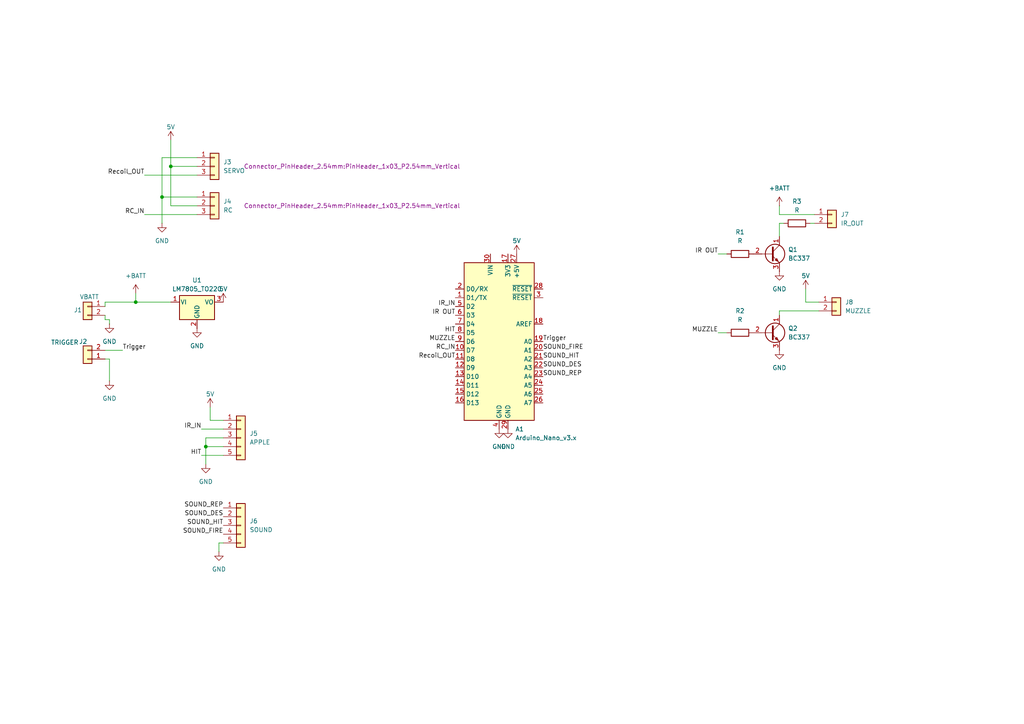
<source format=kicad_sch>
(kicad_sch (version 20250114) (generator "eeschema") (generator_version "9.0")
  (paper "A4")
  (lib_symbols
    (symbol "Connector_Generic:Conn_01x02" (pin_names (offset 1.016) (hide yes))
      (property "Reference" "J" (at 0 2.54 0))
      (property "Value" "Conn_01x02" (at 0 -5.08 0))
      (symbol "Conn_01x02_1_1"
        (rectangle (start -1.27 1.27) (end 1.27 -3.81) (stroke (width 0.254)) (fill (type background)))
        (rectangle (start -1.27 0.127) (end 0 -0.127) (stroke (width 0.1524)))
        (rectangle (start -1.27 -2.413) (end 0 -2.667) (stroke (width 0.1524)))
        (pin passive line (at -5.08 0 0) (length 3.81) (name "Pin_1") (number "1"))
        (pin passive line (at -5.08 -2.54 0) (length 3.81) (name "Pin_2") (number "2"))
      )
    )
    (symbol "Connector_Generic:Conn_01x03" (pin_names (offset 1.016) (hide yes))
      (property "Reference" "J" (at 0 5.08 0))
      (property "Value" "Conn_01x03" (at 0 -5.08 0))
      (symbol "Conn_01x03_1_1"
        (rectangle (start -1.27 3.81) (end 1.27 -3.81) (stroke (width 0.254)) (fill (type background)))
        (rectangle (start -1.27 2.667) (end 0 2.413) (stroke (width 0.1524)))
        (rectangle (start -1.27 0.127) (end 0 -0.127) (stroke (width 0.1524)))
        (rectangle (start -1.27 -2.413) (end 0 -2.667) (stroke (width 0.1524)))
        (pin passive line (at -5.08 2.54 0) (length 3.81) (name "Pin_1") (number "1"))
        (pin passive line (at -5.08 0 0) (length 3.81) (name "Pin_2") (number "2"))
        (pin passive line (at -5.08 -2.54 0) (length 3.81) (name "Pin_3") (number "3"))
      )
    )
    (symbol "Connector_Generic:Conn_01x05" (pin_names (offset 1.016) (hide yes))
      (property "Reference" "J" (at 0 7.62 0))
      (property "Value" "Conn_01x05" (at 0 -7.62 0))
      (symbol "Conn_01x05_1_1"
        (rectangle (start -1.27 6.35) (end 1.27 -6.35) (stroke (width 0.254)) (fill (type background)))
        (rectangle (start -1.27 5.207) (end 0 4.953) (stroke (width 0.1524)))
        (rectangle (start -1.27 2.667) (end 0 2.413) (stroke (width 0.1524)))
        (rectangle (start -1.27 0.127) (end 0 -0.127) (stroke (width 0.1524)))
        (rectangle (start -1.27 -2.413) (end 0 -2.667) (stroke (width 0.1524)))
        (rectangle (start -1.27 -4.953) (end 0 -5.207) (stroke (width 0.1524)))
        (pin passive line (at -5.08 5.08 0) (length 3.81) (name "Pin_1") (number "1"))
        (pin passive line (at -5.08 2.54 0) (length 3.81) (name "Pin_2") (number "2"))
        (pin passive line (at -5.08 0 0) (length 3.81) (name "Pin_3") (number "3"))
        (pin passive line (at -5.08 -2.54 0) (length 3.81) (name "Pin_4") (number "4"))
        (pin passive line (at -5.08 -5.08 0) (length 3.81) (name "Pin_5") (number "5"))
      )
    )
    (symbol "Device:R" (pin_numbers (hide yes)) (pin_names (offset 0))
      (property "Reference" "R" (at 2.032 0 90))
      (property "Value" "R" (at 0 0 90))
      (symbol "R_0_1"
        (rectangle (start -1.016 -2.54) (end 1.016 2.54) (stroke (width 0.254)))
      )
      (symbol "R_1_1"
        (pin passive line (at 0 3.81 270) (length 1.27) (name "~") (number "1"))
        (pin passive line (at 0 -3.81 90) (length 1.27) (name "~") (number "2"))
      )
    )
    (symbol "MCU_Module:Arduino_Nano_v3.x"
      (property "Reference" "A" (at -10.16 23.495 0))
      (property "Value" "Arduino_Nano_v3.x" (at 5.08 -24.13 0))
      (symbol "Arduino_Nano_v3.x_0_1"
        (rectangle (start -10.16 22.86) (end 10.16 -22.86) (stroke (width 0.254)) (fill (type background)))
      )
      (symbol "Arduino_Nano_v3.x_1_1"
        (pin bidirectional line (at -12.7 15.24 0) (length 2.54) (name "D0/RX") (number "2"))
        (pin bidirectional line (at -12.7 12.7 0) (length 2.54) (name "D1/TX") (number "1"))
        (pin bidirectional line (at -12.7 10.16 0) (length 2.54) (name "D2") (number "5"))
        (pin bidirectional line (at -12.7 7.62 0) (length 2.54) (name "D3") (number "6"))
        (pin bidirectional line (at -12.7 5.08 0) (length 2.54) (name "D4") (number "7"))
        (pin bidirectional line (at -12.7 2.54 0) (length 2.54) (name "D5") (number "8"))
        (pin bidirectional line (at -12.7 0 0) (length 2.54) (name "D6") (number "9"))
        (pin bidirectional line (at -12.7 -2.54 0) (length 2.54) (name "D7") (number "10"))
        (pin bidirectional line (at -12.7 -5.08 0) (length 2.54) (name "D8") (number "11"))
        (pin bidirectional line (at -12.7 -7.62 0) (length 2.54) (name "D9") (number "12"))
        (pin bidirectional line (at -12.7 -10.16 0) (length 2.54) (name "D10") (number "13"))
        (pin bidirectional line (at -12.7 -12.7 0) (length 2.54) (name "D11") (number "14"))
        (pin bidirectional line (at -12.7 -15.24 0) (length 2.54) (name "D12") (number "15"))
        (pin bidirectional line (at -12.7 -17.78 0) (length 2.54) (name "D13") (number "16"))
        (pin power_in line (at -2.54 25.4 270) (length 2.54) (name "VIN") (number "30"))
        (pin power_in line (at 0 -25.4 90) (length 2.54) (name "GND") (number "4"))
        (pin power_out line (at 2.54 25.4 270) (length 2.54) (name "3V3") (number "17"))
        (pin power_in line (at 2.54 -25.4 90) (length 2.54) (name "GND") (number "29"))
        (pin power_out line (at 5.08 25.4 270) (length 2.54) (name "+5V") (number "27"))
        (pin input line (at 12.7 15.24 180) (length 2.54) (name "~{RESET}") (number "28"))
        (pin input line (at 12.7 12.7 180) (length 2.54) (name "~{RESET}") (number "3"))
        (pin input line (at 12.7 5.08 180) (length 2.54) (name "AREF") (number "18"))
        (pin bidirectional line (at 12.7 0 180) (length 2.54) (name "A0") (number "19"))
        (pin bidirectional line (at 12.7 -2.54 180) (length 2.54) (name "A1") (number "20"))
        (pin bidirectional line (at 12.7 -5.08 180) (length 2.54) (name "A2") (number "21"))
        (pin bidirectional line (at 12.7 -7.62 180) (length 2.54) (name "A3") (number "22"))
        (pin bidirectional line (at 12.7 -10.16 180) (length 2.54) (name "A4") (number "23"))
        (pin bidirectional line (at 12.7 -12.7 180) (length 2.54) (name "A5") (number "24"))
        (pin bidirectional line (at 12.7 -15.24 180) (length 2.54) (name "A6") (number "25"))
        (pin bidirectional line (at 12.7 -17.78 180) (length 2.54) (name "A7") (number "26"))
      )
    )
    (symbol "Regulator_Linear:LM7805_TO220" (pin_names (offset 0.254))
      (property "Reference" "U" (at -3.81 3.175 0))
      (property "Value" "LM7805_TO220" (at 0 3.175 0))
      (symbol "LM7805_TO220_0_1"
        (rectangle (start -5.08 1.905) (end 5.08 -5.08) (stroke (width 0.254)) (fill (type background)))
      )
      (symbol "LM7805_TO220_1_1"
        (pin power_in line (at -7.62 0 0) (length 2.54) (name "VI") (number "1"))
        (pin power_in line (at 0 -7.62 90) (length 2.54) (name "GND") (number "2"))
        (pin power_out line (at 7.62 0 180) (length 2.54) (name "VO") (number "3"))
      )
    )
    (symbol "SparkFun-PowerSymbol:5V" (power) (pin_names (offset 0))
      (property "Value" "5V" (at 0 3.81 0))
      (symbol "5V_0_1"
        (polyline (pts (xy -0.762 1.27) (xy 0 2.54)))
        (polyline (pts (xy 0 2.54) (xy 0.762 1.27)))
        (polyline (pts (xy 0 0) (xy 0 2.54)))
      )
      (symbol "5V_1_1"
        (pin power_in line (at 0 0 90) (length 0) (hide yes) (name "5V") (number "1"))
      )
    )
    (symbol "Transistor_BJT:BC337" (pin_names (offset 0) (hide yes))
      (property "Reference" "Q" (at 5.08 1.905 0))
      (property "Value" "BC337" (at 5.08 0 0))
      (symbol "BC337_0_1"
        (polyline (pts (xy -2.54 0) (xy 0.635 0)))
        (polyline (pts (xy 0.635 1.905) (xy 0.635 -1.905)) (stroke (width 0.508)))
        (circle (center 1.27 0) (radius 2.8194) (stroke (width 0.254)))
      )
      (symbol "BC337_1_1"
        (polyline (pts (xy 0.635 0.635) (xy 2.54 2.54)))
        (polyline (pts (xy 0.635 -0.635) (xy 2.54 -2.54)))
        (polyline (pts (xy 1.27 -1.778) (xy 1.778 -1.27) (xy 2.286 -2.286) (xy 1.27 -1.778)) (fill (type outline)))
        (pin input line (at -5.08 0 0) (length 2.54) (name "B") (number "2"))
        (pin passive line (at 2.54 5.08 270) (length 2.54) (name "C") (number "1"))
        (pin passive line (at 2.54 -5.08 90) (length 2.54) (name "E") (number "3"))
      )
    )
    (symbol "power:+BATT" (power) (pin_numbers (hide yes)) (pin_names (offset 0) (hide yes))
      (property "Value" "+BATT" (at 0 3.556 0))
      (symbol "+BATT_0_1"
        (polyline (pts (xy -0.762 1.27) (xy 0 2.54)))
        (polyline (pts (xy 0 2.54) (xy 0.762 1.27)))
        (polyline (pts (xy 0 0) (xy 0 2.54)))
      )
      (symbol "+BATT_1_1"
        (pin power_in line (at 0 0 90) (length 0) (name "~") (number "1"))
      )
    )
    (symbol "power:GND" (power) (pin_numbers (hide yes)) (pin_names (offset 0) (hide yes))
      (property "Value" "GND" (at 0 -3.81 0))
      (symbol "GND_0_1"
        (polyline (pts (xy 0 0) (xy 0 -1.27) (xy 1.27 -1.27) (xy 0 -2.54) (xy -1.27 -1.27) (xy 0 -1.27)))
      )
      (symbol "GND_1_1"
        (pin power_in line (at 0 0 270) (length 0) (name "~") (number "1"))
      )
    )
  )
  (junction (at 59.69 129.54))
  (junction (at 39.37 87.63))
  (junction (at 49.53 48.26))
  (junction (at 46.99 57.15))
  (wire (pts (xy 60.96 118.11) (xy 60.96 121.92)))
  (wire (pts (xy 49.53 40.64) (xy 49.53 48.26)))
  (wire (pts (xy 46.99 57.15) (xy 57.15 57.15)))
  (wire (pts (xy 64.77 129.54) (xy 59.69 129.54)))
  (wire (pts (xy 57.15 45.72) (xy 46.99 45.72)))
  (wire (pts (xy 30.48 104.14) (xy 31.75 104.14)))
  (wire (pts (xy 226.06 62.23) (xy 236.22 62.23)))
  (wire (pts (xy 59.69 129.54) (xy 59.69 134.62)))
  (wire (pts (xy 39.37 85.09) (xy 39.37 87.63)))
  (wire (pts (xy 46.99 57.15) (xy 46.99 64.77)))
  (wire (pts (xy 208.28 96.52) (xy 210.82 96.52)))
  (wire (pts (xy 237.49 90.17) (xy 226.06 90.17)))
  (wire (pts (xy 59.69 127) (xy 59.69 129.54)))
  (wire (pts (xy 31.75 93.98) (xy 31.75 92.71)))
  (wire (pts (xy 64.77 121.92) (xy 60.96 121.92)))
  (wire (pts (xy 41.91 62.23) (xy 57.15 62.23)))
  (wire (pts (xy 63.5 157.48) (xy 64.77 157.48)))
  (wire (pts (xy 226.06 64.77) (xy 226.06 68.58)))
  (wire (pts (xy 226.06 90.17) (xy 226.06 91.44)))
  (wire (pts (xy 226.06 59.69) (xy 226.06 62.23)))
  (wire (pts (xy 49.53 59.69) (xy 49.53 48.26)))
  (wire (pts (xy 39.37 87.63) (xy 49.53 87.63)))
  (wire (pts (xy 233.68 83.82) (xy 233.68 87.63)))
  (wire (pts (xy 233.68 87.63) (xy 237.49 87.63)))
  (wire (pts (xy 35.56 101.6) (xy 30.48 101.6)))
  (wire (pts (xy 30.48 92.71) (xy 30.48 91.44)))
  (wire (pts (xy 31.75 92.71) (xy 30.48 92.71)))
  (wire (pts (xy 31.75 104.14) (xy 31.75 110.49)))
  (wire (pts (xy 234.95 64.77) (xy 236.22 64.77)))
  (wire (pts (xy 57.15 59.69) (xy 49.53 59.69)))
  (wire (pts (xy 30.48 87.63) (xy 39.37 87.63)))
  (wire (pts (xy 30.48 87.63) (xy 30.48 88.9)))
  (wire (pts (xy 58.42 124.46) (xy 64.77 124.46)))
  (wire (pts (xy 49.53 48.26) (xy 57.15 48.26)))
  (wire (pts (xy 41.91 50.8) (xy 57.15 50.8)))
  (wire (pts (xy 63.5 160.02) (xy 63.5 157.48)))
  (wire (pts (xy 59.69 127) (xy 64.77 127)))
  (wire (pts (xy 58.42 132.08) (xy 64.77 132.08)))
  (wire (pts (xy 46.99 45.72) (xy 46.99 57.15)))
  (wire (pts (xy 226.06 64.77) (xy 227.33 64.77)))
  (wire (pts (xy 208.28 73.66) (xy 210.82 73.66)))
  (label "IR_IN" (at 132.08 88.9 180))
  (label "Recoil_OUT" (at 41.91 50.8 180))
  (label "HIT" (at 132.08 96.52 180))
  (label "MUZZLE" (at 208.28 96.52 180))
  (label "Trigger" (at 35.56 101.6 0))
  (label "MUZZLE" (at 132.08 99.06 180))
  (label "Trigger" (at 157.48 99.06 0))
  (label "RC_IN" (at 132.08 101.6 180))
  (label "SOUND_DES" (at 64.77 149.86 180))
  (label "SOUND_REP" (at 157.48 109.22 0))
  (label "IR OUT" (at 132.08 91.44 180))
  (label "SOUND_DES" (at 157.48 106.68 0))
  (label "SOUND_FIRE" (at 64.77 154.94 180))
  (label "HIT" (at 58.42 132.08 180))
  (label "SOUND_REP" (at 64.77 147.32 180))
  (label "SOUND_HIT" (at 64.77 152.4 180))
  (label "SOUND_FIRE" (at 157.48 101.6 0))
  (label "Recoil_OUT" (at 132.08 104.14 180))
  (label "IR OUT" (at 208.28 73.66 180))
  (label "SOUND_HIT" (at 157.48 104.14 0))
  (label "RC_IN" (at 41.91 62.23 180))
  (label "IR_IN" (at 58.42 124.46 180))
  (symbol (lib_id "Connector_Generic:Conn_01x03") (at 62.23 59.69 0) (unit 1)
    (property "Reference" "J4" (at 64.77 58.4199 0) (effects (justify left)))
    (property "Value" "RC" (at 64.77 60.9599 0) (effects (justify left)))
    (property "Footprint" "Connector_PinHeader_2.54mm:PinHeader_1x03_P2.54mm_Vertical" (at 102.108 59.69 0))
    (property "Description" "Generic connector, single row, 01x03, script generated (kicad-library-utils/schlib/autogen/connector/)" (effects (hide yes)))
  )
  (symbol (lib_id "MCU_Module:Arduino_Nano_v3.x") (at 144.78 99.06 0) (unit 1)
    (property "Reference" "A1" (at 149.4633 124.46 0) (effects (justify left)))
    (property "Value" "Arduino_Nano_v3.x" (at 149.4633 127 0) (effects (justify left)))
    (property "Footprint" "Module:Arduino_Nano" (effects (hide yes)))
    (property "Datasheet" "http://www.mouser.com/pdfdocs/Gravitech_Arduino_Nano3_0.pdf" (effects (hide yes)))
    (property "Description" "Arduino Nano v3.x" (effects (hide yes)))
  )
  (symbol (lib_id "power:GND") (at 59.69 134.62 0) (unit 1)
    (property "Reference" "#PWR013" (effects (hide yes)))
    (property "Value" "GND" (at 59.69 139.7 0))
    (property "Description" "Power symbol creates a global label with name \"GND\" , ground" (effects (hide yes)))
  )
  (symbol (lib_id "SparkFun-PowerSymbol:5V") (at 149.86 73.66 0) (unit 1)
    (property "Reference" "#PWR08" (effects (hide yes)))
    (property "Value" "5V" (at 149.86 69.85 0))
    (property "Description" "Power symbol creates a global label with name \"5V\"" (effects (hide yes)))
  )
  (symbol (lib_id "Regulator_Linear:LM7805_TO220") (at 57.15 87.63 0) (unit 1)
    (property "Reference" "U1" (at 57.15 81.28 0))
    (property "Value" "LM7805_TO220" (at 57.15 83.82 0))
    (property "Footprint" "Package_TO_SOT_THT:TO-220-3_Vertical" (effects (hide yes)))
    (property "Datasheet" "https://www.onsemi.cn/PowerSolutions/document/MC7800-D.PDF" (effects (hide yes)))
    (property "Description" "Positive 1A 35V Linear Regulator, Fixed Output 5V, TO-220" (effects (hide yes)))
  )
  (symbol (lib_id "SparkFun-PowerSymbol:5V") (at 64.77 87.63 0) (unit 1)
    (property "Reference" "#PWR01" (effects (hide yes)))
    (property "Value" "5V" (at 64.77 83.82 0))
    (property "Description" "Power symbol creates a global label with name \"5V\"" (effects (hide yes)))
  )
  (symbol (lib_id "Device:R") (at 214.63 73.66 90) (unit 1)
    (property "Reference" "R1" (at 214.63 67.31 90))
    (property "Value" "R" (at 214.63 69.85 90))
    (property "Footprint" "Resistor_THT:R_Axial_DIN0204_L3.6mm_D1.6mm_P2.54mm_Vertical" (effects (hide yes)))
    (property "Description" "Resistor" (effects (hide yes)))
  )
  (symbol (lib_id "power:GND") (at 226.06 78.74 0) (unit 1)
    (property "Reference" "#PWR017" (effects (hide yes)))
    (property "Value" "GND" (at 226.06 83.82 0))
    (property "Description" "Power symbol creates a global label with name \"GND\" , ground" (effects (hide yes)))
  )
  (symbol (lib_id "Connector_Generic:Conn_01x02") (at 242.57 87.63 0) (unit 1)
    (property "Reference" "J8" (at 245.11 87.6299 0) (effects (justify left)))
    (property "Value" "MUZZLE" (at 245.11 90.1699 0) (effects (justify left)))
    (property "Footprint" "Connector_JST:JST_PH_B2B-PH-K_1x02_P2.00mm_Vertical" (effects (hide yes)))
    (property "Description" "Generic connector, single row, 01x02, script generated (kicad-library-utils/schlib/autogen/connector/)" (effects (hide yes)))
  )
  (symbol (lib_id "power:GND") (at 31.75 110.49 0) (unit 1)
    (property "Reference" "#PWR05" (effects (hide yes)))
    (property "Value" "GND" (at 31.75 115.57 0))
    (property "Description" "Power symbol creates a global label with name \"GND\" , ground" (effects (hide yes)))
  )
  (symbol (lib_id "Transistor_BJT:BC337") (at 223.52 96.52 0) (unit 1)
    (property "Reference" "Q2" (at 228.6 95.2499 0) (effects (justify left)))
    (property "Value" "BC337" (at 228.6 97.7899 0) (effects (justify left)))
    (property "Footprint" "Package_TO_SOT_THT:TO-92_Inline" (effects (hide yes)))
    (property "Datasheet" "https://diotec.com/tl_files/diotec/files/pdf/datasheets/bc337.pdf" (effects (hide yes)))
    (property "Description" "0.8A Ic, 45V Vce, NPN Transistor, TO-92" (effects (hide yes)))
  )
  (symbol (lib_id "power:GND") (at 226.06 101.6 0) (unit 1)
    (property "Reference" "#PWR018" (effects (hide yes)))
    (property "Value" "GND" (at 226.06 106.68 0))
    (property "Description" "Power symbol creates a global label with name \"GND\" , ground" (effects (hide yes)))
  )
  (symbol (lib_id "power:GND") (at 144.78 124.46 0) (unit 1)
    (property "Reference" "#PWR03" (effects (hide yes)))
    (property "Value" "GND" (at 144.78 129.54 0))
    (property "Description" "Power symbol creates a global label with name \"GND\" , ground" (effects (hide yes)))
  )
  (symbol (lib_id "Device:R") (at 214.63 96.52 90) (unit 1)
    (property "Reference" "R2" (at 214.63 90.17 90))
    (property "Value" "R" (at 214.63 92.71 90))
    (property "Footprint" "Resistor_THT:R_Axial_DIN0204_L3.6mm_D1.6mm_P2.54mm_Vertical" (effects (hide yes)))
    (property "Description" "Resistor" (effects (hide yes)))
  )
  (symbol (lib_id "Device:R") (at 231.14 64.77 90) (unit 1)
    (property "Reference" "R3" (at 231.14 58.42 90))
    (property "Value" "R" (at 231.14 60.96 90))
    (property "Footprint" "Resistor_THT:R_Axial_DIN0204_L3.6mm_D1.6mm_P2.54mm_Vertical" (effects (hide yes)))
    (property "Description" "Resistor" (effects (hide yes)))
  )
  (symbol (lib_id "power:GND") (at 63.5 160.02 0) (unit 1)
    (property "Reference" "#PWR015" (effects (hide yes)))
    (property "Value" "GND" (at 63.5 165.1 0))
    (property "Description" "Power symbol creates a global label with name \"GND\" , ground" (effects (hide yes)))
  )
  (symbol (lib_id "Connector_Generic:Conn_01x02") (at 241.3 62.23 0) (unit 1)
    (property "Reference" "J7" (at 243.84 62.2299 0) (effects (justify left)))
    (property "Value" "IR_OUT" (at 243.84 64.7699 0) (effects (justify left)))
    (property "Footprint" "Connector_JST:JST_PH_B2B-PH-K_1x02_P2.00mm_Vertical" (effects (hide yes)))
    (property "Description" "Generic connector, single row, 01x02, script generated (kicad-library-utils/schlib/autogen/connector/)" (effects (hide yes)))
  )
  (symbol (lib_id "Connector_Generic:Conn_01x02") (at 25.4 88.9 0) (mirror y) (unit 1)
    (property "Reference" "J1" (at 22.606 89.916 0))
    (property "Value" "VBATT" (at 25.908 86.106 0))
    (property "Footprint" "Connector_JST:JST_PH_B2B-PH-K_1x02_P2.00mm_Vertical" (effects (hide yes)))
    (property "Description" "Generic connector, single row, 01x02, script generated (kicad-library-utils/schlib/autogen/connector/)" (effects (hide yes)))
  )
  (symbol (lib_id "Transistor_BJT:BC337") (at 223.52 73.66 0) (unit 1)
    (property "Reference" "Q1" (at 228.6 72.3899 0) (effects (justify left)))
    (property "Value" "BC337" (at 228.6 74.9299 0) (effects (justify left)))
    (property "Footprint" "Package_TO_SOT_THT:TO-92_Inline" (effects (hide yes)))
    (property "Datasheet" "https://diotec.com/tl_files/diotec/files/pdf/datasheets/bc337.pdf" (effects (hide yes)))
    (property "Description" "0.8A Ic, 45V Vce, NPN Transistor, TO-92" (effects (hide yes)))
  )
  (symbol (lib_id "power:GND") (at 147.32 124.46 0) (unit 1)
    (property "Reference" "#PWR06" (effects (hide yes)))
    (property "Value" "GND" (at 147.32 129.54 0))
    (property "Description" "Power symbol creates a global label with name \"GND\" , ground" (effects (hide yes)))
  )
  (symbol (lib_id "SparkFun-PowerSymbol:5V") (at 60.96 118.11 0) (unit 1)
    (property "Reference" "#PWR014" (effects (hide yes)))
    (property "Value" "5V" (at 60.96 114.3 0))
    (property "Description" "Power symbol creates a global label with name \"5V\"" (effects (hide yes)))
  )
  (symbol (lib_id "power:GND") (at 57.15 95.25 0) (unit 1)
    (property "Reference" "#PWR02" (effects (hide yes)))
    (property "Value" "GND" (at 57.15 100.33 0))
    (property "Description" "Power symbol creates a global label with name \"GND\" , ground" (effects (hide yes)))
  )
  (symbol (lib_id "SparkFun-PowerSymbol:5V") (at 233.68 83.82 0) (unit 1)
    (property "Reference" "#PWR019" (effects (hide yes)))
    (property "Value" "5V" (at 233.68 80.01 0))
    (property "Description" "Power symbol creates a global label with name \"5V\"" (effects (hide yes)))
  )
  (symbol (lib_id "power:GND") (at 46.99 64.77 0) (unit 1)
    (property "Reference" "#PWR011" (effects (hide yes)))
    (property "Value" "GND" (at 46.99 69.85 0))
    (property "Description" "Power symbol creates a global label with name \"GND\" , ground" (effects (hide yes)))
  )
  (symbol (lib_id "SparkFun-PowerSymbol:5V") (at 49.53 40.64 0) (unit 1)
    (property "Reference" "#PWR012" (effects (hide yes)))
    (property "Value" "5V" (at 49.53 36.83 0))
    (property "Description" "Power symbol creates a global label with name \"5V\"" (effects (hide yes)))
  )
  (symbol (lib_id "power:GND") (at 31.75 93.98 0) (unit 1)
    (property "Reference" "#PWR04" (effects (hide yes)))
    (property "Value" "GND" (at 31.75 99.06 0))
    (property "Description" "Power symbol creates a global label with name \"GND\" , ground" (effects (hide yes)))
  )
  (symbol (lib_id "Connector_Generic:Conn_01x02") (at 25.4 104.14 180) (unit 1)
    (property "Reference" "J2" (at 24.13 99.06 0))
    (property "Value" "TRIGGER" (at 18.796 99.314 0))
    (property "Footprint" "Connector_JST:JST_PH_B2B-PH-K_1x02_P2.00mm_Vertical" (effects (hide yes)))
    (property "Description" "Generic connector, single row, 01x02, script generated (kicad-library-utils/schlib/autogen/connector/)" (effects (hide yes)))
  )
  (symbol (lib_id "Connector_Generic:Conn_01x03") (at 62.23 48.26 0) (unit 1)
    (property "Reference" "J3" (at 64.77 46.9899 0) (effects (justify left)))
    (property "Value" "SERVO" (at 64.77 49.5299 0) (effects (justify left)))
    (property "Footprint" "Connector_PinHeader_2.54mm:PinHeader_1x03_P2.54mm_Vertical" (at 102.108 48.26 0))
    (property "Description" "Generic connector, single row, 01x03, script generated (kicad-library-utils/schlib/autogen/connector/)" (effects (hide yes)))
  )
  (symbol (lib_id "power:+BATT") (at 39.37 85.09 0) (unit 1)
    (property "Reference" "#PWR07" (effects (hide yes)))
    (property "Value" "+BATT" (at 39.37 80.01 0))
    (property "Description" "Power symbol creates a global label with name \"+BATT\"" (effects (hide yes)))
  )
  (symbol (lib_id "power:+BATT") (at 226.06 59.69 0) (unit 1)
    (property "Reference" "#PWR016" (effects (hide yes)))
    (property "Value" "+BATT" (at 226.06 54.61 0))
    (property "Description" "Power symbol creates a global label with name \"+BATT\"" (effects (hide yes)))
  )
  (symbol (lib_id "Connector_Generic:Conn_01x05") (at 69.85 152.4 0) (unit 1)
    (property "Reference" "J6" (at 72.39 151.1299 0) (effects (justify left)))
    (property "Value" "SOUND" (at 72.39 153.6699 0) (effects (justify left)))
    (property "Footprint" "Connector_PinHeader_2.54mm:PinHeader_1x05_P2.54mm_Vertical" (effects (hide yes)))
    (property "Description" "Generic connector, single row, 01x05, script generated (kicad-library-utils/schlib/autogen/connector/)" (effects (hide yes)))
  )
  (symbol (lib_id "Connector_Generic:Conn_01x05") (at 69.85 127 0) (unit 1)
    (property "Reference" "J5" (at 72.39 125.7299 0) (effects (justify left)))
    (property "Value" "APPLE" (at 72.39 128.2699 0) (effects (justify left)))
    (property "Footprint" "Connector_JST:JST_PH_B5B-PH-K_1x05_P2.00mm_Vertical" (effects (hide yes)))
    (property "Description" "Generic connector, single row, 01x05, script generated (kicad-library-utils/schlib/autogen/connector/)" (effects (hide yes)))
  )
)
</source>
